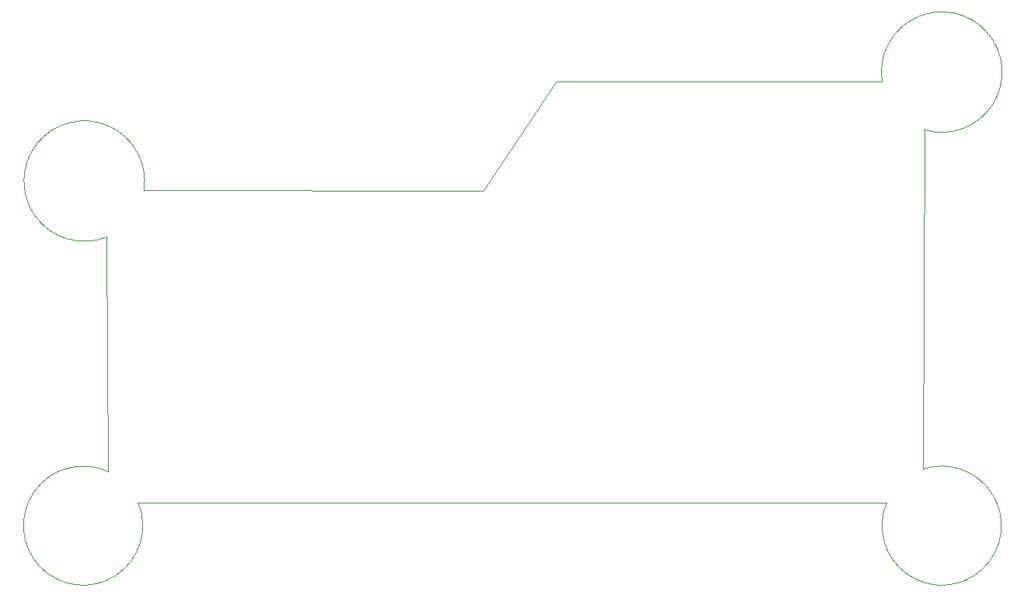
<source format=gm1>
%TF.GenerationSoftware,KiCad,Pcbnew,8.0.8-8.0.8-0~ubuntu24.04.1*%
%TF.CreationDate,2025-02-02T19:30:22-07:00*%
%TF.ProjectId,Speedometer,53706565-646f-46d6-9574-65722e6b6963,v1*%
%TF.SameCoordinates,Original*%
%TF.FileFunction,Profile,NP*%
%FSLAX46Y46*%
G04 Gerber Fmt 4.6, Leading zero omitted, Abs format (unit mm)*
G04 Created by KiCad (PCBNEW 8.0.8-8.0.8-0~ubuntu24.04.1) date 2025-02-02 19:30:22*
%MOMM*%
%LPD*%
G01*
G04 APERTURE LIST*
%TA.AperFunction,Profile*%
%ADD10C,0.050000*%
%TD*%
G04 APERTURE END LIST*
D10*
X122000000Y-48000000D02*
X114000000Y-60000000D01*
X77057559Y-59893898D02*
X114000000Y-60000000D01*
X73123639Y-90582618D02*
X73000000Y-65000000D01*
X122000000Y-48000000D02*
X157500000Y-48000000D01*
X76433920Y-94000000D02*
G75*
G02*
X73123639Y-90582618I-6000000J-2500000D01*
G01*
X73000000Y-65000000D02*
G75*
G02*
X77057559Y-59893898I-2442441J6106102D01*
G01*
X158000000Y-94000000D02*
X76433920Y-94000000D01*
X162110264Y-53299119D02*
X161944520Y-90333559D01*
X157500000Y-48000000D02*
G75*
G02*
X162110264Y-53299119I6500000J1000000D01*
G01*
X161944520Y-90333559D02*
G75*
G02*
X158000001Y-94000000I2055480J-6166441D01*
G01*
M02*

</source>
